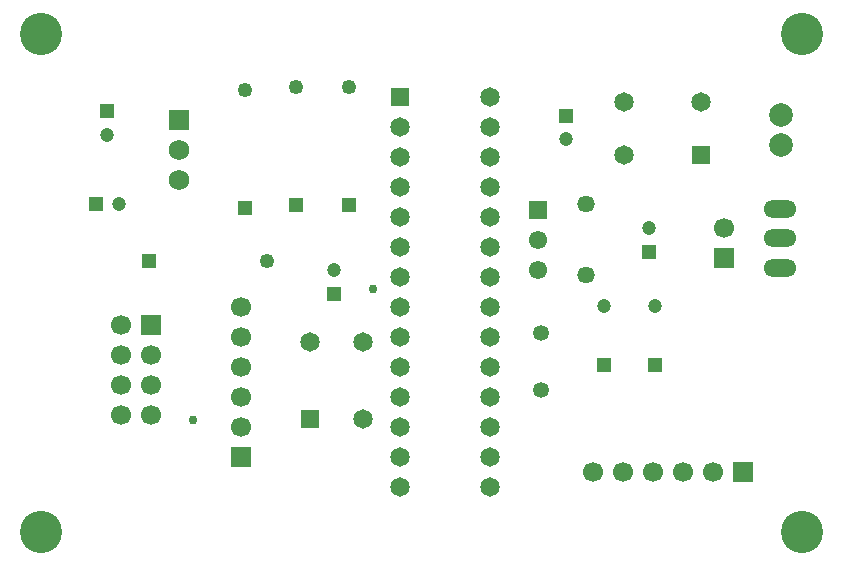
<source format=gts>
G04*
G04 #@! TF.GenerationSoftware,Altium Limited,Altium Designer,23.5.1 (21)*
G04*
G04 Layer_Color=8388736*
%FSLAX44Y44*%
%MOMM*%
G71*
G04*
G04 #@! TF.SameCoordinates,AB7613CA-6E89-4F34-93EF-E32F2A1E61AB*
G04*
G04*
G04 #@! TF.FilePolarity,Negative*
G04*
G01*
G75*
%ADD18C,1.2000*%
%ADD19R,1.2000X1.2000*%
%ADD20C,2.0000*%
%ADD21O,2.7916X1.4708*%
%ADD22C,1.6500*%
%ADD23R,1.6500X1.6500*%
%ADD24R,1.7000X1.7000*%
%ADD25C,1.7000*%
%ADD26C,1.3500*%
%ADD27C,3.5790*%
%ADD28R,1.5500X1.5500*%
%ADD29C,1.5500*%
%ADD30C,1.2500*%
%ADD31R,1.2500X1.2500*%
%ADD32C,1.7500*%
%ADD33R,1.7500X1.7500*%
%ADD34R,1.2000X1.2000*%
%ADD35R,1.2500X1.2500*%
%ADD36R,1.7000X1.7000*%
%ADD37R,1.6500X1.6500*%
%ADD38C,1.4580*%
%ADD39C,0.7500*%
D18*
X481330Y369730D02*
D03*
X284480Y258760D02*
D03*
X556260Y228600D02*
D03*
X92710Y373380D02*
D03*
X102870Y314960D02*
D03*
X513080Y228200D02*
D03*
X551180Y294480D02*
D03*
D19*
X481330Y389730D02*
D03*
X284480Y238760D02*
D03*
X556260Y178600D02*
D03*
X92710Y393380D02*
D03*
X513080Y178200D02*
D03*
X551180Y274480D02*
D03*
D20*
X662940Y364490D02*
D03*
Y389890D02*
D03*
D21*
X661936Y260738D02*
D03*
Y285738D02*
D03*
Y310738D02*
D03*
D22*
X530110Y355960D02*
D03*
Y400960D02*
D03*
X595110D02*
D03*
X340360Y379730D02*
D03*
Y354330D02*
D03*
Y328930D02*
D03*
Y303530D02*
D03*
Y278130D02*
D03*
Y252730D02*
D03*
Y227330D02*
D03*
Y201930D02*
D03*
Y176530D02*
D03*
Y151130D02*
D03*
Y125730D02*
D03*
Y100330D02*
D03*
Y74930D02*
D03*
X416560Y405130D02*
D03*
Y379730D02*
D03*
Y354330D02*
D03*
Y328930D02*
D03*
Y303530D02*
D03*
Y278130D02*
D03*
Y252730D02*
D03*
Y227330D02*
D03*
Y201930D02*
D03*
Y176530D02*
D03*
Y151130D02*
D03*
Y125730D02*
D03*
Y100330D02*
D03*
Y74930D02*
D03*
X309520Y132600D02*
D03*
Y197600D02*
D03*
X264520D02*
D03*
D23*
X595110Y355960D02*
D03*
X340360Y405130D02*
D03*
D24*
X205740Y100330D02*
D03*
X129540Y212090D02*
D03*
X614680Y269240D02*
D03*
D25*
X205740Y125730D02*
D03*
Y227330D02*
D03*
Y201930D02*
D03*
Y176530D02*
D03*
Y151130D02*
D03*
X129540Y186690D02*
D03*
Y161290D02*
D03*
Y135890D02*
D03*
X104140Y212090D02*
D03*
Y186690D02*
D03*
Y161290D02*
D03*
Y135890D02*
D03*
X614680Y294640D02*
D03*
X580390Y87630D02*
D03*
X554990D02*
D03*
X529590D02*
D03*
X504190D02*
D03*
X605790D02*
D03*
D26*
X459740Y157210D02*
D03*
Y206010D02*
D03*
D27*
X680720Y458470D02*
D03*
Y36830D02*
D03*
X36830D02*
D03*
Y458470D02*
D03*
D28*
X457200Y309880D02*
D03*
D29*
Y284480D02*
D03*
Y259080D02*
D03*
D30*
X297180Y413690D02*
D03*
X252730D02*
D03*
X209550Y411150D02*
D03*
X227800Y266700D02*
D03*
D31*
X297180Y313690D02*
D03*
X252730D02*
D03*
X209550Y311150D02*
D03*
D32*
X153670Y335280D02*
D03*
Y360680D02*
D03*
D33*
Y386080D02*
D03*
D34*
X82870Y314960D02*
D03*
D35*
X127800Y266700D02*
D03*
D36*
X631190Y87630D02*
D03*
D37*
X264520Y132600D02*
D03*
D38*
X497840Y254480D02*
D03*
Y314480D02*
D03*
D39*
X165100Y132080D02*
D03*
X317500Y242570D02*
D03*
M02*

</source>
